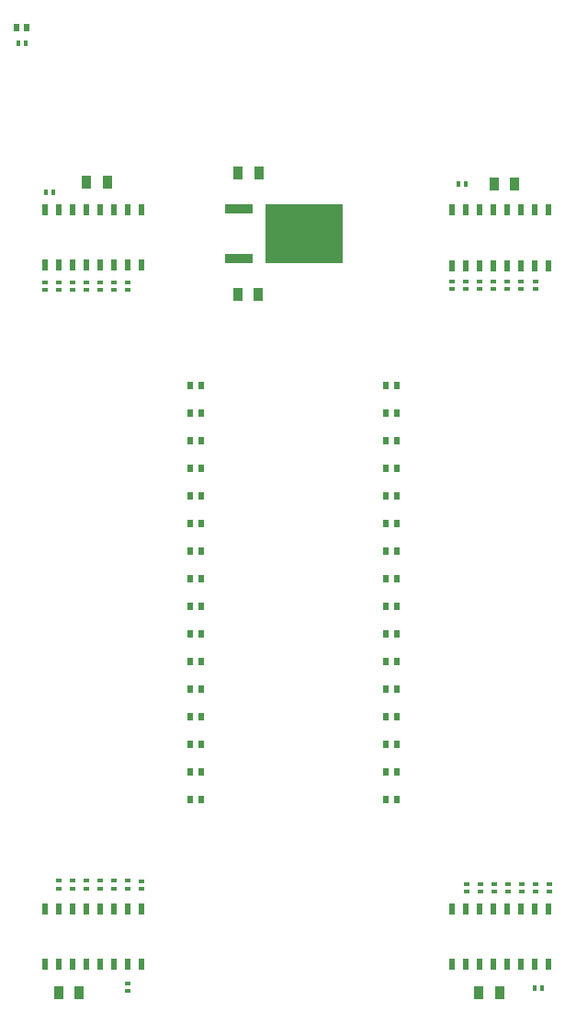
<source format=gtp>
G04*
G04 #@! TF.GenerationSoftware,Altium Limited,Altium Designer,19.0.14 (431)*
G04*
G04 Layer_Color=8421504*
%FSLAX44Y44*%
%MOMM*%
G71*
G01*
G75*
%ADD14R,7.1000X5.5000*%
%ADD15R,2.6000X0.9500*%
%ADD16R,0.5100X1.1000*%
%ADD17R,0.6000X0.7000*%
%ADD18R,0.3000X0.5000*%
%ADD19R,0.5000X0.3000*%
%ADD20R,0.9000X1.3000*%
D14*
X1000710Y1000760D02*
D03*
D15*
X940210Y977960D02*
D03*
Y1023560D02*
D03*
D16*
X762000Y971550D02*
D03*
X774700D02*
D03*
X787400D02*
D03*
X800100D02*
D03*
X812800D02*
D03*
X825500D02*
D03*
X838200D02*
D03*
X850900D02*
D03*
X762000Y1022550D02*
D03*
X774700D02*
D03*
X787400D02*
D03*
X800100D02*
D03*
X812800D02*
D03*
X825500D02*
D03*
X838200D02*
D03*
X850900D02*
D03*
X762000Y328476D02*
D03*
X774700D02*
D03*
X787400D02*
D03*
X800100D02*
D03*
X812800D02*
D03*
X825500D02*
D03*
X838200D02*
D03*
X850900D02*
D03*
X762000Y379476D02*
D03*
X774700D02*
D03*
X787400D02*
D03*
X800100D02*
D03*
X812800D02*
D03*
X825500D02*
D03*
X838200D02*
D03*
X850900D02*
D03*
X1137158Y971350D02*
D03*
X1149858D02*
D03*
X1162558D02*
D03*
X1175258D02*
D03*
X1187958D02*
D03*
X1200658D02*
D03*
X1213358D02*
D03*
X1226058D02*
D03*
X1137158Y1022350D02*
D03*
X1149858D02*
D03*
X1162558D02*
D03*
X1175258D02*
D03*
X1187958D02*
D03*
X1200658D02*
D03*
X1213358D02*
D03*
X1226058D02*
D03*
X1137158Y328476D02*
D03*
X1149858D02*
D03*
X1162558D02*
D03*
X1175258D02*
D03*
X1187958D02*
D03*
X1200658D02*
D03*
X1213358D02*
D03*
X1226058D02*
D03*
X1137158Y379476D02*
D03*
X1149858D02*
D03*
X1162558D02*
D03*
X1175258D02*
D03*
X1187958D02*
D03*
X1200658D02*
D03*
X1213358D02*
D03*
X1226058D02*
D03*
D17*
X1085596Y480060D02*
D03*
X1076096D02*
D03*
Y505460D02*
D03*
X1085596D02*
D03*
Y530860D02*
D03*
X1076096D02*
D03*
Y556260D02*
D03*
X1085596D02*
D03*
Y581660D02*
D03*
X1076096D02*
D03*
Y607060D02*
D03*
X1085596D02*
D03*
Y632460D02*
D03*
X1076096D02*
D03*
Y657860D02*
D03*
X1085596D02*
D03*
Y683260D02*
D03*
X1076096D02*
D03*
Y708660D02*
D03*
X1085596D02*
D03*
Y734060D02*
D03*
X1076096D02*
D03*
Y759460D02*
D03*
X1085596D02*
D03*
Y784860D02*
D03*
X1076096D02*
D03*
Y810260D02*
D03*
X1085596D02*
D03*
Y835660D02*
D03*
X1076096D02*
D03*
Y861060D02*
D03*
X1085596D02*
D03*
X895756Y480060D02*
D03*
X905256D02*
D03*
Y505460D02*
D03*
X895756D02*
D03*
Y530860D02*
D03*
X905256D02*
D03*
Y556260D02*
D03*
X895756D02*
D03*
Y581660D02*
D03*
X905256D02*
D03*
Y607060D02*
D03*
X895756D02*
D03*
Y632460D02*
D03*
X905256D02*
D03*
Y657860D02*
D03*
X895756D02*
D03*
Y683260D02*
D03*
X905256D02*
D03*
Y708660D02*
D03*
X895756D02*
D03*
Y734060D02*
D03*
X905256D02*
D03*
Y759460D02*
D03*
X895756D02*
D03*
Y784860D02*
D03*
X905256D02*
D03*
Y810260D02*
D03*
X895756D02*
D03*
X745160Y1189990D02*
D03*
X735660D02*
D03*
X895756Y861060D02*
D03*
X905256D02*
D03*
Y835660D02*
D03*
X895756D02*
D03*
D18*
X743910Y1175545D02*
D03*
X736910D02*
D03*
X762300Y1038860D02*
D03*
X769300D02*
D03*
X1142858Y1046480D02*
D03*
X1149858D02*
D03*
X1220160Y306070D02*
D03*
X1213160D02*
D03*
D19*
X838200Y956000D02*
D03*
Y949000D02*
D03*
X825500D02*
D03*
Y956000D02*
D03*
X812800D02*
D03*
Y949000D02*
D03*
X800100D02*
D03*
Y956000D02*
D03*
X787400D02*
D03*
Y949000D02*
D03*
X774700D02*
D03*
Y956000D02*
D03*
X762000D02*
D03*
Y949000D02*
D03*
X1213678Y956549D02*
D03*
Y949549D02*
D03*
X1200658D02*
D03*
Y956549D02*
D03*
X1187770D02*
D03*
Y949549D02*
D03*
X1175258D02*
D03*
Y956549D02*
D03*
X1162370D02*
D03*
Y949549D02*
D03*
X1149858D02*
D03*
Y956549D02*
D03*
X1136970D02*
D03*
Y949549D02*
D03*
X1226152Y394970D02*
D03*
Y401970D02*
D03*
X1213452D02*
D03*
Y394970D02*
D03*
X1200752D02*
D03*
Y401970D02*
D03*
X1188052D02*
D03*
Y394970D02*
D03*
X1175352D02*
D03*
Y401970D02*
D03*
X1162652D02*
D03*
Y394970D02*
D03*
X1149952D02*
D03*
Y401970D02*
D03*
X850900Y397820D02*
D03*
Y404820D02*
D03*
X838200Y405038D02*
D03*
Y398038D02*
D03*
X825500D02*
D03*
Y405038D02*
D03*
X812800D02*
D03*
Y398038D02*
D03*
X800100D02*
D03*
Y405038D02*
D03*
X787400Y405038D02*
D03*
Y398038D02*
D03*
X774700Y398038D02*
D03*
Y405038D02*
D03*
X838200Y303840D02*
D03*
Y310840D02*
D03*
D20*
X800100Y1047750D02*
D03*
X819100D02*
D03*
X958850Y1056640D02*
D03*
X939850D02*
D03*
X958190Y944880D02*
D03*
X939190D02*
D03*
X1175410Y1046378D02*
D03*
X1194410D02*
D03*
X1180440Y302260D02*
D03*
X1161440D02*
D03*
X793090D02*
D03*
X774090D02*
D03*
M02*

</source>
